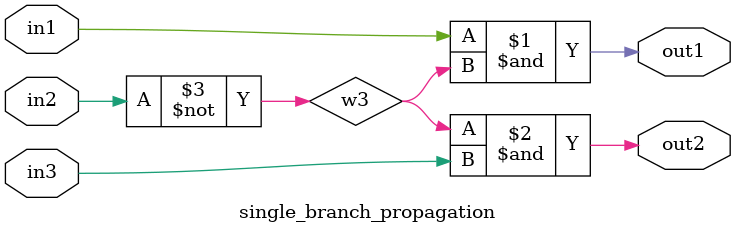
<source format=v>
module single_branch_propagation(in1, in2, in3, out1, out2);

input in1, in2, in3;
output out1, out2;

not NOT1 (w3, in2);
and AND1 (out1, in1, w3);
and AND2 (out2, w3, in3);

endmodule

</source>
